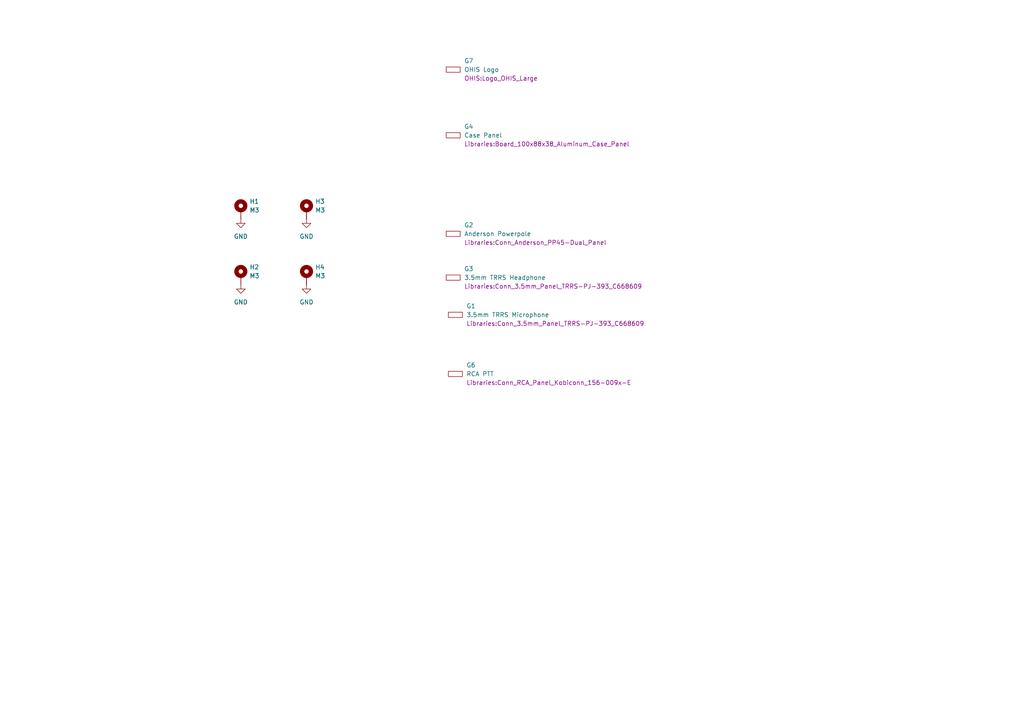
<source format=kicad_sch>
(kicad_sch (version 20250114) (generator "eeschema") (generator_version "9.0")
  (paper "A4")
  (lib_symbols
    (symbol "Libraries:Board_Artwork" (in_bom no)
      (property "Reference" "G" (at 0 0 0))
      (property "Value" "Board_Artwork" (at 0 2.032 0))
      (symbol "Board_Artwork_0_1"
        (rectangle (start -2.032 -1.016) (end 2.032 -2.54))
      )
    )
    (symbol "Mechanical:MountingHole_Pad" (pin_numbers (hide yes)) (pin_names (offset 1.016) (hide yes)) (in_bom no)
      (property "Reference" "H" (at 0 6.35 0))
      (property "Value" "MountingHole_Pad" (at 0 4.445 0))
      (symbol "MountingHole_Pad_0_1"
        (circle (center 0 1.27) (radius 1.27) (stroke (width 1.27)))
      )
      (symbol "MountingHole_Pad_1_1"
        (pin input line (at 0 -2.54 90) (length 2.54) (name "1") (number "1"))
      )
    )
    (symbol "power:GND" (power) (pin_numbers (hide yes)) (pin_names (offset 0) (hide yes))
      (property "Value" "GND" (at 0 -3.81 0))
      (symbol "GND_0_1"
        (polyline (pts (xy 0 0) (xy 0 -1.27) (xy 1.27 -1.27) (xy 0 -2.54) (xy -1.27 -1.27) (xy 0 -1.27)))
      )
      (symbol "GND_1_1"
        (pin power_in line (at 0 0 270) (length 0) (name "~") (number "1"))
      )
    )
  )
  (symbol (lib_id "Mechanical:MountingHole_Pad") (at 88.9 60.96 0) (unit 1) (in_bom no)
    (property "Reference" "H3" (at 91.44 58.4199 0) (effects (justify left)))
    (property "Value" "M3" (at 91.44 60.9599 0) (effects (justify left)))
    (property "Footprint" "MountingHole:MountingHole_3.2mm_M3_DIN965_Pad" (effects (hide yes)))
    (property "Description" "Mounting Hole with connection" (effects (hide yes)))
  )
  (symbol (lib_id "Libraries:Board_Artwork") (at 131.445 37.465 0) (unit 1) (in_bom no)
    (property "Reference" "G4" (at 134.62 36.7029 0) (effects (justify left)))
    (property "Value" "Case Panel" (at 134.62 39.2429 0) (effects (justify left)))
    (property "Footprint" "Libraries:Board_100x88x38_Aluminum_Case_Panel" (at 134.62 41.7829 0) (effects (justify left)))
  )
  (symbol (lib_id "power:GND") (at 69.85 63.5 0) (unit 1)
    (property "Reference" "#PWR01" (effects (hide yes)))
    (property "Value" "GND" (at 69.85 68.58 0))
    (property "Description" "Power symbol creates a global label with name \"GND\" , ground" (effects (hide yes)))
  )
  (symbol (lib_id "Mechanical:MountingHole_Pad") (at 69.85 60.96 0) (unit 1) (in_bom no)
    (property "Reference" "H1" (at 72.39 58.4199 0) (effects (justify left)))
    (property "Value" "M3" (at 72.39 60.9599 0) (effects (justify left)))
    (property "Footprint" "MountingHole:MountingHole_3.2mm_M3_DIN965_Pad" (effects (hide yes)))
    (property "Description" "Mounting Hole with connection" (effects (hide yes)))
  )
  (symbol (lib_id "power:GND") (at 88.9 82.55 0) (unit 1)
    (property "Reference" "#PWR04" (effects (hide yes)))
    (property "Value" "GND" (at 88.9 87.63 0))
    (property "Description" "Power symbol creates a global label with name \"GND\" , ground" (effects (hide yes)))
  )
  (symbol (lib_id "Mechanical:MountingHole_Pad") (at 88.9 80.01 0) (unit 1) (in_bom no)
    (property "Reference" "H4" (at 91.44 77.4699 0) (effects (justify left)))
    (property "Value" "M3" (at 91.44 80.0099 0) (effects (justify left)))
    (property "Footprint" "MountingHole:MountingHole_3.2mm_M3_DIN965_Pad" (effects (hide yes)))
    (property "Description" "Mounting Hole with connection" (effects (hide yes)))
  )
  (symbol (lib_id "power:GND") (at 69.85 82.55 0) (unit 1)
    (property "Reference" "#PWR02" (effects (hide yes)))
    (property "Value" "GND" (at 69.85 87.63 0))
    (property "Description" "Power symbol creates a global label with name \"GND\" , ground" (effects (hide yes)))
  )
  (symbol (lib_id "Mechanical:MountingHole_Pad") (at 69.85 80.01 0) (unit 1) (in_bom no)
    (property "Reference" "H2" (at 72.39 77.4699 0) (effects (justify left)))
    (property "Value" "M3" (at 72.39 80.0099 0) (effects (justify left)))
    (property "Footprint" "MountingHole:MountingHole_3.2mm_M3_DIN965_Pad" (effects (hide yes)))
    (property "Description" "Mounting Hole with connection" (effects (hide yes)))
  )
  (symbol (lib_id "Libraries:Board_Artwork") (at 132.08 89.535 0) (unit 1) (in_bom no)
    (property "Reference" "G1" (at 135.255 88.7729 0) (effects (justify left)))
    (property "Value" "3.5mm TRRS Microphone" (at 135.255 91.3129 0) (effects (justify left)))
    (property "Footprint" "Libraries:Conn_3.5mm_Panel_TRRS-PJ-393_C668609" (at 135.255 93.8529 0) (effects (justify left)))
  )
  (symbol (lib_id "Libraries:Board_Artwork") (at 132.08 106.68 0) (unit 1) (in_bom no)
    (property "Reference" "G6" (at 135.255 105.9179 0) (effects (justify left)))
    (property "Value" "RCA PTT" (at 135.255 108.4579 0) (effects (justify left)))
    (property "Footprint" "Libraries:Conn_RCA_Panel_Kobiconn_156-009x-E" (at 135.255 110.9979 0) (effects (justify left)))
  )
  (symbol (lib_id "Libraries:Board_Artwork") (at 131.445 18.415 0) (unit 1) (in_bom no)
    (property "Reference" "G7" (at 134.62 17.6529 0) (effects (justify left)))
    (property "Value" "OHIS Logo" (at 134.62 20.1929 0) (effects (justify left)))
    (property "Footprint" "OHIS:Logo_OHIS_Large" (at 134.62 22.7329 0) (effects (justify left)))
  )
  (symbol (lib_id "Libraries:Board_Artwork") (at 131.445 66.04 0) (unit 1) (in_bom no)
    (property "Reference" "G2" (at 134.62 65.2779 0) (effects (justify left)))
    (property "Value" "Anderson Powerpole" (at 134.62 67.8179 0) (effects (justify left)))
    (property "Footprint" "Libraries:Conn_Anderson_PP45-Dual_Panel" (at 134.62 70.3579 0) (effects (justify left)))
  )
  (symbol (lib_id "power:GND") (at 88.9 63.5 0) (unit 1)
    (property "Reference" "#PWR03" (effects (hide yes)))
    (property "Value" "GND" (at 88.9 68.58 0))
    (property "Description" "Power symbol creates a global label with name \"GND\" , ground" (effects (hide yes)))
  )
  (symbol (lib_id "Libraries:Board_Artwork") (at 131.445 78.74 0) (unit 1) (in_bom no)
    (property "Reference" "G3" (at 134.62 77.9779 0) (effects (justify left)))
    (property "Value" "3.5mm TRRS Headphone" (at 134.62 80.5179 0) (effects (justify left)))
    (property "Footprint" "Libraries:Conn_3.5mm_Panel_TRRS-PJ-393_C668609" (at 134.62 83.0579 0) (effects (justify left)))
  )
)
</source>
